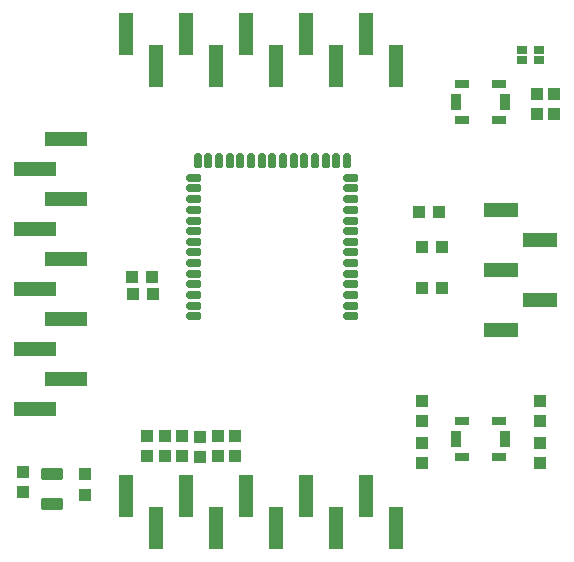
<source format=gtp>
G04*
G04 #@! TF.GenerationSoftware,Altium Limited,Altium Designer,22.9.1 (49)*
G04*
G04 Layer_Color=8421504*
%FSLAX44Y44*%
%MOMM*%
G71*
G04*
G04 #@! TF.SameCoordinates,C56BC410-7C05-4C87-A6CA-29577A5DDFC1*
G04*
G04*
G04 #@! TF.FilePolarity,Positive*
G04*
G01*
G75*
%ADD13R,1.2700X3.5600*%
%ADD14R,1.2700X3.5600*%
%ADD15R,0.8500X0.6500*%
%ADD16R,2.9600X1.2700*%
%ADD17R,1.0000X1.0000*%
G04:AMPARAMS|DCode=18|XSize=1.27mm|YSize=0.61mm|CornerRadius=0.1525mm|HoleSize=0mm|Usage=FLASHONLY|Rotation=0.000|XOffset=0mm|YOffset=0mm|HoleType=Round|Shape=RoundedRectangle|*
%AMROUNDEDRECTD18*
21,1,1.2700,0.3050,0,0,0.0*
21,1,0.9650,0.6100,0,0,0.0*
1,1,0.3050,0.4825,-0.1525*
1,1,0.3050,-0.4825,-0.1525*
1,1,0.3050,-0.4825,0.1525*
1,1,0.3050,0.4825,0.1525*
%
%ADD18ROUNDEDRECTD18*%
G04:AMPARAMS|DCode=19|XSize=1.27mm|YSize=0.61mm|CornerRadius=0.1525mm|HoleSize=0mm|Usage=FLASHONLY|Rotation=90.000|XOffset=0mm|YOffset=0mm|HoleType=Round|Shape=RoundedRectangle|*
%AMROUNDEDRECTD19*
21,1,1.2700,0.3050,0,0,90.0*
21,1,0.9650,0.6100,0,0,90.0*
1,1,0.3050,0.1525,0.4825*
1,1,0.3050,0.1525,-0.4825*
1,1,0.3050,-0.1525,-0.4825*
1,1,0.3050,-0.1525,0.4825*
%
%ADD19ROUNDEDRECTD19*%
%ADD20R,1.0000X1.0000*%
G04:AMPARAMS|DCode=21|XSize=1.1mm|YSize=1.9mm|CornerRadius=0.275mm|HoleSize=0mm|Usage=FLASHONLY|Rotation=270.000|XOffset=0mm|YOffset=0mm|HoleType=Round|Shape=RoundedRectangle|*
%AMROUNDEDRECTD21*
21,1,1.1000,1.3500,0,0,270.0*
21,1,0.5500,1.9000,0,0,270.0*
1,1,0.5500,-0.6750,-0.2750*
1,1,0.5500,-0.6750,0.2750*
1,1,0.5500,0.6750,0.2750*
1,1,0.5500,0.6750,-0.2750*
%
%ADD21ROUNDEDRECTD21*%
%ADD22R,0.9500X1.4000*%
%ADD23R,1.1500X0.7500*%
%ADD24R,3.5600X1.2700*%
%ADD25R,3.5600X1.2700*%
D13*
X635300Y674200D02*
D03*
X660700Y647500D02*
D03*
X559100D02*
D03*
X609900D02*
D03*
X457500D02*
D03*
X432100Y674200D02*
D03*
X508300Y647500D02*
D03*
X533700Y674200D02*
D03*
X534100Y1065000D02*
D03*
X508700Y1038300D02*
D03*
X432500Y1065000D02*
D03*
X457900Y1038300D02*
D03*
X610300D02*
D03*
X559500D02*
D03*
X661100D02*
D03*
X635700Y1065000D02*
D03*
D14*
X584500Y674200D02*
D03*
X482900D02*
D03*
X483300Y1065000D02*
D03*
X584900D02*
D03*
D15*
X767750Y1051750D02*
D03*
Y1043250D02*
D03*
X782250D02*
D03*
Y1051750D02*
D03*
D16*
X749700Y814600D02*
D03*
X782500Y840000D02*
D03*
X749700Y916200D02*
D03*
X782500Y890800D02*
D03*
X749700Y865400D02*
D03*
D17*
X465000Y725000D02*
D03*
X480000D02*
D03*
X682500Y755000D02*
D03*
X782500D02*
D03*
X510000Y725000D02*
D03*
Y708000D02*
D03*
X397500Y692500D02*
D03*
Y675500D02*
D03*
X525000Y725000D02*
D03*
Y708000D02*
D03*
X682500Y738000D02*
D03*
X782500D02*
D03*
X345000Y694500D02*
D03*
Y677500D02*
D03*
X782500Y719500D02*
D03*
Y702500D02*
D03*
X682500Y719500D02*
D03*
Y702500D02*
D03*
X465000Y708000D02*
D03*
X480000D02*
D03*
X450000Y725000D02*
D03*
Y708000D02*
D03*
X495000Y724500D02*
D03*
Y707500D02*
D03*
X794966Y1014313D02*
D03*
Y997313D02*
D03*
X780000Y1014500D02*
D03*
Y997500D02*
D03*
D18*
X622400Y943600D02*
D03*
Y934600D02*
D03*
Y925600D02*
D03*
Y907500D02*
D03*
Y880500D02*
D03*
Y889500D02*
D03*
Y898500D02*
D03*
Y916600D02*
D03*
Y871500D02*
D03*
Y862500D02*
D03*
Y853400D02*
D03*
Y844400D02*
D03*
Y835400D02*
D03*
Y826400D02*
D03*
X490000Y943600D02*
D03*
Y934600D02*
D03*
Y925600D02*
D03*
Y907500D02*
D03*
Y880500D02*
D03*
Y889500D02*
D03*
Y898500D02*
D03*
Y916600D02*
D03*
Y871500D02*
D03*
Y862500D02*
D03*
Y853400D02*
D03*
Y844400D02*
D03*
Y835400D02*
D03*
Y826400D02*
D03*
D19*
X574200Y958300D02*
D03*
X583200D02*
D03*
X610300D02*
D03*
X619300D02*
D03*
X601300D02*
D03*
X592300D02*
D03*
X565200D02*
D03*
X556200D02*
D03*
X493100D02*
D03*
X502100D02*
D03*
X529100D02*
D03*
X538200D02*
D03*
X547200D02*
D03*
X520100D02*
D03*
X511100D02*
D03*
D20*
X455000Y845000D02*
D03*
X438000D02*
D03*
X454500Y860000D02*
D03*
X437500D02*
D03*
X682500Y850000D02*
D03*
X699500D02*
D03*
X682500Y885000D02*
D03*
X699500D02*
D03*
X680500Y915000D02*
D03*
X697500D02*
D03*
D21*
X370000Y692500D02*
D03*
Y667500D02*
D03*
D22*
X711750Y722500D02*
D03*
X753250D02*
D03*
X711750Y1007500D02*
D03*
X753250D02*
D03*
D23*
X716750Y707250D02*
D03*
X748250D02*
D03*
Y737750D02*
D03*
X716750D02*
D03*
Y992250D02*
D03*
X748250D02*
D03*
Y1022750D02*
D03*
X716750D02*
D03*
D24*
X355000Y798300D02*
D03*
Y899900D02*
D03*
D25*
Y849100D02*
D03*
X381700Y823700D02*
D03*
X355000Y747500D02*
D03*
X381700Y772900D02*
D03*
Y925300D02*
D03*
Y874500D02*
D03*
Y976100D02*
D03*
X355000Y950700D02*
D03*
M02*

</source>
